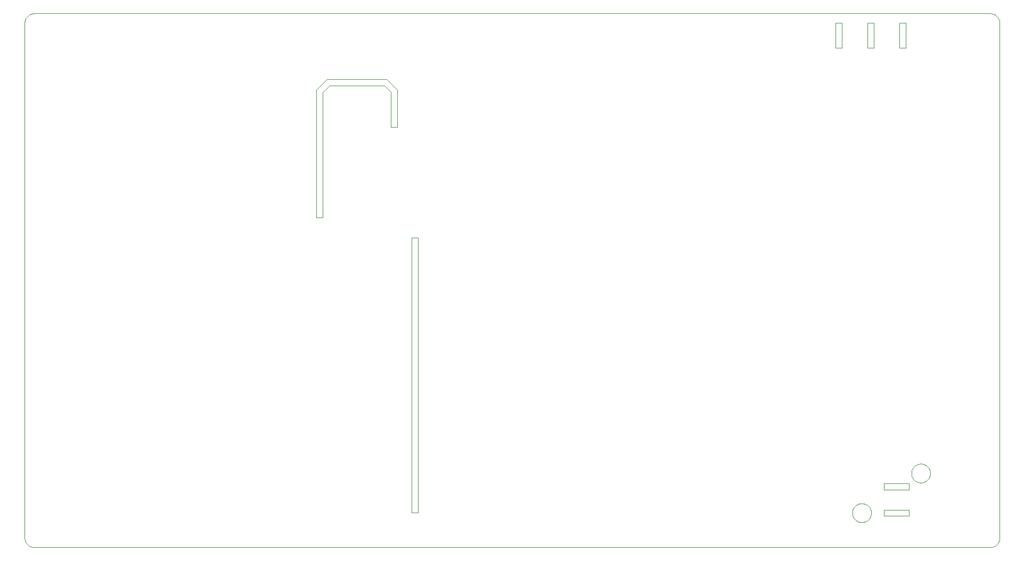
<source format=gko>
G75*
G70*
%OFA0B0*%
%FSLAX24Y24*%
%IPPOS*%
%LPD*%
%AMOC8*
5,1,8,0,0,1.08239X$1,22.5*
%
%ADD10C,0.0039*%
%ADD11C,0.0040*%
%ADD12C,0.0000*%
D10*
X002922Y001487D02*
X062764Y001487D01*
X062810Y001489D01*
X062856Y001494D01*
X062902Y001503D01*
X062947Y001516D01*
X062990Y001532D01*
X063032Y001551D01*
X063073Y001574D01*
X063111Y001600D01*
X063148Y001629D01*
X063182Y001660D01*
X063213Y001694D01*
X063242Y001731D01*
X063268Y001769D01*
X063291Y001810D01*
X063310Y001852D01*
X063326Y001895D01*
X063339Y001940D01*
X063348Y001986D01*
X063353Y002032D01*
X063355Y002078D01*
X063355Y034361D01*
X063353Y034407D01*
X063348Y034453D01*
X063339Y034499D01*
X063326Y034544D01*
X063310Y034587D01*
X063291Y034629D01*
X063268Y034670D01*
X063242Y034708D01*
X063213Y034745D01*
X063182Y034779D01*
X063148Y034810D01*
X063111Y034839D01*
X063073Y034865D01*
X063032Y034888D01*
X062990Y034907D01*
X062947Y034923D01*
X062902Y034936D01*
X062856Y034945D01*
X062810Y034950D01*
X062764Y034952D01*
X002922Y034952D01*
X002876Y034950D01*
X002830Y034945D01*
X002784Y034936D01*
X002739Y034923D01*
X002696Y034907D01*
X002654Y034888D01*
X002613Y034865D01*
X002575Y034839D01*
X002538Y034810D01*
X002504Y034779D01*
X002473Y034745D01*
X002444Y034708D01*
X002418Y034670D01*
X002395Y034629D01*
X002376Y034587D01*
X002360Y034544D01*
X002347Y034499D01*
X002338Y034453D01*
X002333Y034407D01*
X002331Y034361D01*
X002331Y002078D01*
X002333Y002032D01*
X002338Y001986D01*
X002347Y001940D01*
X002360Y001895D01*
X002376Y001852D01*
X002395Y001810D01*
X002418Y001769D01*
X002444Y001731D01*
X002473Y001694D01*
X002504Y001660D01*
X002538Y001629D01*
X002575Y001600D01*
X002613Y001574D01*
X002654Y001551D01*
X002696Y001532D01*
X002739Y001516D01*
X002784Y001503D01*
X002830Y001494D01*
X002876Y001489D01*
X002922Y001487D01*
X056125Y003451D02*
X056125Y003845D01*
X057700Y003845D01*
X057700Y003451D01*
X056125Y003451D01*
X056125Y005105D02*
X056125Y005499D01*
X057700Y005499D01*
X057700Y005105D01*
X056125Y005105D01*
X055481Y032780D02*
X055088Y032780D01*
X055088Y034355D01*
X055481Y034355D01*
X055481Y032780D01*
X057088Y032780D02*
X057481Y032780D01*
X057481Y034355D01*
X057088Y034355D01*
X057088Y032780D01*
X053481Y032780D02*
X053088Y032780D01*
X053088Y034355D01*
X053481Y034355D01*
X053481Y032780D01*
D11*
X026962Y020900D02*
X026562Y020900D01*
X026562Y003675D01*
X026962Y003675D01*
X026962Y020900D01*
X020987Y022150D02*
X020587Y022150D01*
X020587Y030150D01*
X021262Y030825D01*
X024987Y030825D01*
X025637Y030175D01*
X025637Y027825D01*
X025237Y027825D01*
X025237Y030025D01*
X024837Y030425D01*
X021412Y030425D01*
X020987Y030000D01*
X020987Y022150D01*
D12*
X054136Y003648D02*
X054138Y003696D01*
X054144Y003744D01*
X054154Y003791D01*
X054167Y003837D01*
X054185Y003882D01*
X054205Y003926D01*
X054230Y003968D01*
X054258Y004007D01*
X054288Y004044D01*
X054322Y004078D01*
X054359Y004110D01*
X054397Y004139D01*
X054438Y004164D01*
X054481Y004186D01*
X054526Y004204D01*
X054572Y004218D01*
X054619Y004229D01*
X054667Y004236D01*
X054715Y004239D01*
X054763Y004238D01*
X054811Y004233D01*
X054859Y004224D01*
X054905Y004212D01*
X054950Y004195D01*
X054994Y004175D01*
X055036Y004152D01*
X055076Y004125D01*
X055114Y004095D01*
X055149Y004062D01*
X055181Y004026D01*
X055211Y003988D01*
X055237Y003947D01*
X055259Y003904D01*
X055279Y003860D01*
X055294Y003815D01*
X055306Y003768D01*
X055314Y003720D01*
X055318Y003672D01*
X055318Y003624D01*
X055314Y003576D01*
X055306Y003528D01*
X055294Y003481D01*
X055279Y003436D01*
X055259Y003392D01*
X055237Y003349D01*
X055211Y003308D01*
X055181Y003270D01*
X055149Y003234D01*
X055114Y003201D01*
X055076Y003171D01*
X055036Y003144D01*
X054994Y003121D01*
X054950Y003101D01*
X054905Y003084D01*
X054859Y003072D01*
X054811Y003063D01*
X054763Y003058D01*
X054715Y003057D01*
X054667Y003060D01*
X054619Y003067D01*
X054572Y003078D01*
X054526Y003092D01*
X054481Y003110D01*
X054438Y003132D01*
X054397Y003157D01*
X054359Y003186D01*
X054322Y003218D01*
X054288Y003252D01*
X054258Y003289D01*
X054230Y003328D01*
X054205Y003370D01*
X054185Y003414D01*
X054167Y003459D01*
X054154Y003505D01*
X054144Y003552D01*
X054138Y003600D01*
X054136Y003648D01*
X057837Y006129D02*
X057839Y006177D01*
X057845Y006225D01*
X057855Y006272D01*
X057868Y006318D01*
X057886Y006363D01*
X057906Y006407D01*
X057931Y006449D01*
X057959Y006488D01*
X057989Y006525D01*
X058023Y006559D01*
X058060Y006591D01*
X058098Y006620D01*
X058139Y006645D01*
X058182Y006667D01*
X058227Y006685D01*
X058273Y006699D01*
X058320Y006710D01*
X058368Y006717D01*
X058416Y006720D01*
X058464Y006719D01*
X058512Y006714D01*
X058560Y006705D01*
X058606Y006693D01*
X058651Y006676D01*
X058695Y006656D01*
X058737Y006633D01*
X058777Y006606D01*
X058815Y006576D01*
X058850Y006543D01*
X058882Y006507D01*
X058912Y006469D01*
X058938Y006428D01*
X058960Y006385D01*
X058980Y006341D01*
X058995Y006296D01*
X059007Y006249D01*
X059015Y006201D01*
X059019Y006153D01*
X059019Y006105D01*
X059015Y006057D01*
X059007Y006009D01*
X058995Y005962D01*
X058980Y005917D01*
X058960Y005873D01*
X058938Y005830D01*
X058912Y005789D01*
X058882Y005751D01*
X058850Y005715D01*
X058815Y005682D01*
X058777Y005652D01*
X058737Y005625D01*
X058695Y005602D01*
X058651Y005582D01*
X058606Y005565D01*
X058560Y005553D01*
X058512Y005544D01*
X058464Y005539D01*
X058416Y005538D01*
X058368Y005541D01*
X058320Y005548D01*
X058273Y005559D01*
X058227Y005573D01*
X058182Y005591D01*
X058139Y005613D01*
X058098Y005638D01*
X058060Y005667D01*
X058023Y005699D01*
X057989Y005733D01*
X057959Y005770D01*
X057931Y005809D01*
X057906Y005851D01*
X057886Y005895D01*
X057868Y005940D01*
X057855Y005986D01*
X057845Y006033D01*
X057839Y006081D01*
X057837Y006129D01*
M02*

</source>
